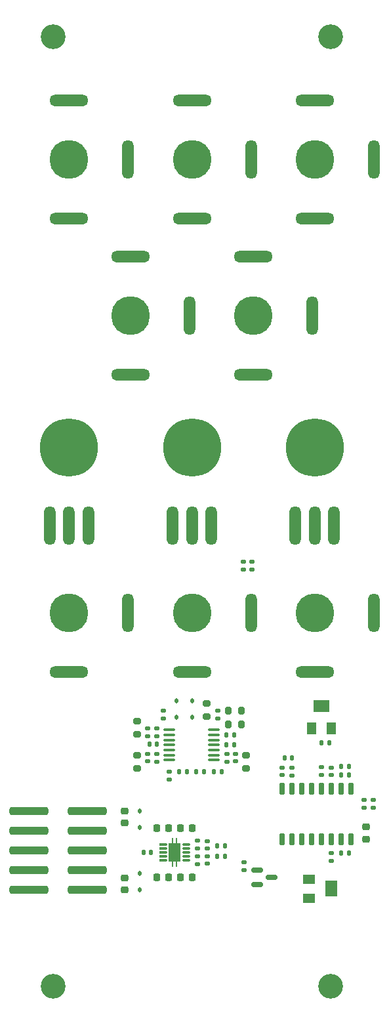
<source format=gbr>
%TF.GenerationSoftware,KiCad,Pcbnew,7.0.6*%
%TF.CreationDate,2023-07-23T13:51:40-05:00*%
%TF.ProjectId,ssi2131_ref,73736932-3133-4315-9f72-65662e6b6963,rev?*%
%TF.SameCoordinates,Original*%
%TF.FileFunction,Soldermask,Top*%
%TF.FilePolarity,Negative*%
%FSLAX46Y46*%
G04 Gerber Fmt 4.6, Leading zero omitted, Abs format (unit mm)*
G04 Created by KiCad (PCBNEW 7.0.6) date 2023-07-23 13:51:40*
%MOMM*%
%LPD*%
G01*
G04 APERTURE LIST*
G04 Aperture macros list*
%AMRoundRect*
0 Rectangle with rounded corners*
0 $1 Rounding radius*
0 $2 $3 $4 $5 $6 $7 $8 $9 X,Y pos of 4 corners*
0 Add a 4 corners polygon primitive as box body*
4,1,4,$2,$3,$4,$5,$6,$7,$8,$9,$2,$3,0*
0 Add four circle primitives for the rounded corners*
1,1,$1+$1,$2,$3*
1,1,$1+$1,$4,$5*
1,1,$1+$1,$6,$7*
1,1,$1+$1,$8,$9*
0 Add four rect primitives between the rounded corners*
20,1,$1+$1,$2,$3,$4,$5,0*
20,1,$1+$1,$4,$5,$6,$7,0*
20,1,$1+$1,$6,$7,$8,$9,0*
20,1,$1+$1,$8,$9,$2,$3,0*%
G04 Aperture macros list end*
%ADD10RoundRect,0.135000X0.135000X0.185000X-0.135000X0.185000X-0.135000X-0.185000X0.135000X-0.185000X0*%
%ADD11RoundRect,0.225000X0.225000X0.250000X-0.225000X0.250000X-0.225000X-0.250000X0.225000X-0.250000X0*%
%ADD12RoundRect,0.225000X-0.250000X0.225000X-0.250000X-0.225000X0.250000X-0.225000X0.250000X0.225000X0*%
%ADD13RoundRect,0.140000X-0.170000X0.140000X-0.170000X-0.140000X0.170000X-0.140000X0.170000X0.140000X0*%
%ADD14RoundRect,0.135000X-0.135000X-0.185000X0.135000X-0.185000X0.135000X0.185000X-0.135000X0.185000X0*%
%ADD15RoundRect,0.140000X0.140000X0.170000X-0.140000X0.170000X-0.140000X-0.170000X0.140000X-0.170000X0*%
%ADD16C,3.200000*%
%ADD17C,7.500000*%
%ADD18O,1.500000X5.000000*%
%ADD19C,5.000000*%
%ADD20O,5.000000X1.500000*%
%ADD21RoundRect,0.135000X-0.185000X0.135000X-0.185000X-0.135000X0.185000X-0.135000X0.185000X0.135000X0*%
%ADD22RoundRect,0.140000X-0.140000X-0.170000X0.140000X-0.170000X0.140000X0.170000X-0.140000X0.170000X0*%
%ADD23RoundRect,0.255000X2.245000X0.255000X-2.245000X0.255000X-2.245000X-0.255000X2.245000X-0.255000X0*%
%ADD24RoundRect,0.112500X0.112500X-0.187500X0.112500X0.187500X-0.112500X0.187500X-0.112500X-0.187500X0*%
%ADD25RoundRect,0.200000X0.275000X-0.200000X0.275000X0.200000X-0.275000X0.200000X-0.275000X-0.200000X0*%
%ADD26RoundRect,0.200000X-0.275000X0.200000X-0.275000X-0.200000X0.275000X-0.200000X0.275000X0.200000X0*%
%ADD27RoundRect,0.135000X0.185000X-0.135000X0.185000X0.135000X-0.185000X0.135000X-0.185000X-0.135000X0*%
%ADD28RoundRect,0.140000X0.170000X-0.140000X0.170000X0.140000X-0.170000X0.140000X-0.170000X-0.140000X0*%
%ADD29RoundRect,0.200000X0.200000X0.275000X-0.200000X0.275000X-0.200000X-0.275000X0.200000X-0.275000X0*%
%ADD30RoundRect,0.112500X-0.112500X0.187500X-0.112500X-0.187500X0.112500X-0.187500X0.112500X0.187500X0*%
%ADD31RoundRect,0.150000X-0.587500X-0.150000X0.587500X-0.150000X0.587500X0.150000X-0.587500X0.150000X0*%
%ADD32R,1.300000X1.600000*%
%ADD33R,2.000000X1.600000*%
%ADD34RoundRect,0.225000X-0.225000X-0.250000X0.225000X-0.250000X0.225000X0.250000X-0.225000X0.250000X0*%
%ADD35RoundRect,0.070000X-0.140000X-0.140000X0.140000X-0.140000X0.140000X0.140000X-0.140000X0.140000X0*%
%ADD36O,0.990000X0.420000*%
%ADD37R,0.680000X1.050000*%
%ADD38R,0.260000X0.500000*%
%ADD39R,0.280000X0.700000*%
%ADD40R,1.650000X2.400000*%
%ADD41R,1.600000X1.300000*%
%ADD42R,1.600000X2.000000*%
%ADD43RoundRect,0.150000X0.150000X-0.650000X0.150000X0.650000X-0.150000X0.650000X-0.150000X-0.650000X0*%
%ADD44RoundRect,0.100000X-0.637500X-0.100000X0.637500X-0.100000X0.637500X0.100000X-0.637500X0.100000X0*%
G04 APERTURE END LIST*
D10*
%TO.C,R16*%
X165045500Y-120777000D03*
X164025500Y-120777000D03*
%TD*%
D11*
%TO.C,C3*%
X147350700Y-131726000D03*
X145800700Y-131726000D03*
%TD*%
D12*
%TO.C,C13*%
X169740500Y-131614000D03*
X169740500Y-133164000D03*
%TD*%
D13*
%TO.C,C2*%
X149235502Y-133441000D03*
X149235502Y-134401000D03*
%TD*%
D14*
%TO.C,R18*%
X145667000Y-124503000D03*
X146687000Y-124503000D03*
%TD*%
D15*
%TO.C,C12*%
X167525500Y-134994000D03*
X166565500Y-134994000D03*
%TD*%
D14*
%TO.C,R2*%
X150503502Y-134012000D03*
X151523502Y-134012000D03*
%TD*%
D16*
%TO.C,H4*%
X165180000Y-152163000D03*
%TD*%
D11*
%TO.C,C7*%
X147350700Y-138076000D03*
X145800700Y-138076000D03*
%TD*%
D17*
%TO.C,RV4*%
X147280000Y-82670000D03*
D18*
X144780000Y-92710000D03*
X147280000Y-92710000D03*
X149780000Y-92710000D03*
%TD*%
D19*
%TO.C,J8*%
X163136500Y-45459000D03*
D18*
X170756500Y-45459000D03*
D20*
X163136500Y-53079000D03*
X163136500Y-37839000D03*
%TD*%
D21*
%TO.C,R11*%
X170688000Y-128139000D03*
X170688000Y-129159000D03*
%TD*%
D12*
%TO.C,C8*%
X138636500Y-129567000D03*
X138636500Y-131117000D03*
%TD*%
D22*
%TO.C,C10*%
X141828000Y-120904000D03*
X142788000Y-120904000D03*
%TD*%
D23*
%TO.C,J9*%
X133810500Y-139727000D03*
X126210500Y-139727000D03*
X133810500Y-137187000D03*
X126210500Y-137187000D03*
X133810500Y-134647000D03*
X126210500Y-134647000D03*
X133810500Y-132107000D03*
X126210500Y-132107000D03*
X133810500Y-129567000D03*
X126210500Y-129567000D03*
%TD*%
D24*
%TO.C,D1*%
X145288000Y-117467000D03*
X145288000Y-115367000D03*
%TD*%
D25*
%TO.C,R9*%
X149225000Y-117362000D03*
X149225000Y-115712000D03*
%TD*%
D21*
%TO.C,R13*%
X165295500Y-134954000D03*
X165295500Y-135974000D03*
%TD*%
D19*
%TO.C,J4*%
X131423500Y-45459000D03*
D18*
X139043500Y-45459000D03*
D20*
X131423500Y-53079000D03*
X131423500Y-37839000D03*
%TD*%
D25*
%TO.C,R26*%
X154305000Y-124050000D03*
X154305000Y-122400000D03*
%TD*%
D10*
%TO.C,R3*%
X151523502Y-135401000D03*
X150503502Y-135401000D03*
%TD*%
D21*
%TO.C,R1*%
X147965502Y-133381000D03*
X147965502Y-134401000D03*
%TD*%
%TO.C,R24*%
X144399000Y-124453000D03*
X144399000Y-125473000D03*
%TD*%
D26*
%TO.C,R20*%
X140208000Y-117998000D03*
X140208000Y-119648000D03*
%TD*%
D13*
%TO.C,C20*%
X152908000Y-122175000D03*
X152908000Y-123135000D03*
%TD*%
D12*
%TO.C,C9*%
X138636500Y-138177000D03*
X138636500Y-139727000D03*
%TD*%
D10*
%TO.C,R6*%
X152775000Y-119754000D03*
X151755000Y-119754000D03*
%TD*%
D21*
%TO.C,R30*%
X153924000Y-97407000D03*
X153924000Y-98427000D03*
%TD*%
D27*
%TO.C,R21*%
X143637000Y-117597000D03*
X143637000Y-116577000D03*
%TD*%
D24*
%TO.C,D4*%
X140530500Y-139727000D03*
X140530500Y-137627000D03*
%TD*%
D21*
%TO.C,R28*%
X151805000Y-122165000D03*
X151805000Y-123185000D03*
%TD*%
D19*
%TO.C,J5*%
X147280000Y-45459000D03*
D18*
X154900000Y-45459000D03*
D20*
X147280000Y-53079000D03*
X147280000Y-37839000D03*
%TD*%
D16*
%TO.C,H3*%
X129380000Y-152163000D03*
%TD*%
D24*
%TO.C,D3*%
X140530500Y-131667000D03*
X140530500Y-129567000D03*
%TD*%
D28*
%TO.C,C18*%
X141605000Y-119873000D03*
X141605000Y-118913000D03*
%TD*%
D22*
%TO.C,C17*%
X166563500Y-123825000D03*
X167523500Y-123825000D03*
%TD*%
D29*
%TO.C,R7*%
X153640000Y-118357000D03*
X151990000Y-118357000D03*
%TD*%
D28*
%TO.C,C16*%
X165295500Y-124933000D03*
X165295500Y-123973000D03*
%TD*%
D14*
%TO.C,R27*%
X150124000Y-124503000D03*
X151144000Y-124503000D03*
%TD*%
D30*
%TO.C,D2*%
X147320000Y-115367000D03*
X147320000Y-117467000D03*
%TD*%
D27*
%TO.C,R10*%
X150622000Y-117597000D03*
X150622000Y-116577000D03*
%TD*%
D14*
%TO.C,R19*%
X147826000Y-124503000D03*
X148846000Y-124503000D03*
%TD*%
D31*
%TO.C,U2*%
X155702000Y-137160000D03*
X155702000Y-139060000D03*
X157577000Y-138110000D03*
%TD*%
D29*
%TO.C,R8*%
X153640000Y-116579000D03*
X151990000Y-116579000D03*
%TD*%
D21*
%TO.C,R29*%
X155067000Y-97407000D03*
X155067000Y-98427000D03*
%TD*%
D15*
%TO.C,C4*%
X142026500Y-134901000D03*
X141066500Y-134901000D03*
%TD*%
D32*
%TO.C,RV2*%
X162759846Y-118925000D03*
D33*
X164009846Y-116025000D03*
D32*
X165259846Y-118925000D03*
%TD*%
D19*
%TO.C,J3*%
X163136500Y-104006000D03*
D18*
X170756500Y-104006000D03*
D20*
X163136500Y-111626000D03*
%TD*%
D25*
%TO.C,R23*%
X140208000Y-124050000D03*
X140208000Y-122400000D03*
%TD*%
D13*
%TO.C,C5*%
X149235502Y-135401000D03*
X149235502Y-136361000D03*
%TD*%
D27*
%TO.C,R14*%
X160215500Y-124963000D03*
X160215500Y-123943000D03*
%TD*%
D34*
%TO.C,C1*%
X142727300Y-131726000D03*
X144277300Y-131726000D03*
%TD*%
D17*
%TO.C,RV3*%
X163136500Y-82670000D03*
D18*
X160636500Y-92710000D03*
X163136500Y-92710000D03*
X165636500Y-92710000D03*
%TD*%
D28*
%TO.C,C15*%
X158945500Y-124933000D03*
X158945500Y-123973000D03*
%TD*%
D15*
%TO.C,C14*%
X160215500Y-122675000D03*
X159255500Y-122675000D03*
%TD*%
D17*
%TO.C,RV5*%
X131423500Y-82670000D03*
D18*
X128923500Y-92710000D03*
X131423500Y-92710000D03*
X133923500Y-92710000D03*
%TD*%
D21*
%TO.C,R12*%
X169545000Y-128139000D03*
X169545000Y-129159000D03*
%TD*%
D35*
%TO.C,U1*%
X143284500Y-133901000D03*
D36*
X143569500Y-133901000D03*
D35*
X143284500Y-134401000D03*
D36*
X143569500Y-134401000D03*
D35*
X143284500Y-134901000D03*
D36*
X143569500Y-134901000D03*
D35*
X143284500Y-135401000D03*
D36*
X143569500Y-135401000D03*
D35*
X143284500Y-135901000D03*
D36*
X143569500Y-135901000D03*
X146519500Y-135901000D03*
D35*
X146804500Y-135901000D03*
D36*
X146519500Y-135401000D03*
D35*
X146804500Y-135401000D03*
D36*
X146519500Y-134901000D03*
D35*
X146804500Y-134901000D03*
D36*
X146519500Y-134401000D03*
D35*
X146804500Y-134401000D03*
D36*
X146519500Y-133901000D03*
D35*
X146804500Y-133901000D03*
D37*
X144594500Y-134266000D03*
X144594500Y-135536000D03*
D38*
X144794500Y-133271000D03*
D39*
X144794500Y-133351000D03*
X144794500Y-136451000D03*
D38*
X144794500Y-136531000D03*
D40*
X145044500Y-134901000D03*
D38*
X145294500Y-133271000D03*
D39*
X145294500Y-133351000D03*
X145294500Y-136451000D03*
D38*
X145294500Y-136531000D03*
D37*
X145494500Y-134266000D03*
X145494500Y-135536000D03*
%TD*%
D22*
%TO.C,C11*%
X151765000Y-121024000D03*
X152725000Y-121024000D03*
%TD*%
D19*
%TO.C,J1*%
X147280000Y-104006000D03*
D18*
X154900000Y-104006000D03*
D20*
X147280000Y-111626000D03*
%TD*%
D16*
%TO.C,H1*%
X129380000Y-29663000D03*
%TD*%
D19*
%TO.C,J2*%
X131423500Y-104006000D03*
D18*
X139043500Y-104006000D03*
D20*
X131423500Y-111626000D03*
%TD*%
D41*
%TO.C,RV1*%
X162395500Y-138323000D03*
D42*
X165295500Y-139573000D03*
D41*
X162395500Y-140823000D03*
%TD*%
D43*
%TO.C,U4*%
X158945500Y-126664000D03*
X160215500Y-126664000D03*
X161485500Y-126664000D03*
X162755500Y-126664000D03*
X164025500Y-126664000D03*
X165295500Y-126664000D03*
X166565500Y-126664000D03*
X167835500Y-126664000D03*
X167835500Y-133164000D03*
X166565500Y-133164000D03*
X165295500Y-133164000D03*
X164025500Y-133164000D03*
X162755500Y-133164000D03*
X161485500Y-133164000D03*
X160215500Y-133164000D03*
X158945500Y-133164000D03*
%TD*%
D34*
%TO.C,C6*%
X142727300Y-138076000D03*
X144277300Y-138076000D03*
%TD*%
D21*
%TO.C,R4*%
X147965502Y-135401000D03*
X147965502Y-136421000D03*
%TD*%
D10*
%TO.C,R17*%
X167583500Y-124893000D03*
X166563500Y-124893000D03*
%TD*%
D19*
%TO.C,J6*%
X139351750Y-65652000D03*
D18*
X146971750Y-65652000D03*
D20*
X139351750Y-73272000D03*
X139351750Y-58032000D03*
%TD*%
D19*
%TO.C,J7*%
X155208250Y-65652000D03*
D18*
X162828250Y-65652000D03*
D20*
X155208250Y-73272000D03*
X155208250Y-58032000D03*
%TD*%
D44*
%TO.C,U3*%
X144399000Y-119074000D03*
X144399000Y-119724000D03*
X144399000Y-120374000D03*
X144399000Y-121024000D03*
X144399000Y-121674000D03*
X144399000Y-122324000D03*
X144399000Y-122974000D03*
X150124000Y-122974000D03*
X150124000Y-122324000D03*
X150124000Y-121674000D03*
X150124000Y-121024000D03*
X150124000Y-120374000D03*
X150124000Y-119724000D03*
X150124000Y-119074000D03*
%TD*%
D27*
%TO.C,R15*%
X164025500Y-124943000D03*
X164025500Y-123923000D03*
%TD*%
D21*
%TO.C,R25*%
X142748000Y-122165000D03*
X142748000Y-123185000D03*
%TD*%
D27*
%TO.C,R22*%
X142748000Y-119883000D03*
X142748000Y-118863000D03*
%TD*%
D16*
%TO.C,H2*%
X165180000Y-29663000D03*
%TD*%
D21*
%TO.C,R5*%
X153972500Y-136142000D03*
X153972500Y-137162000D03*
%TD*%
D13*
%TO.C,C19*%
X141605000Y-122175000D03*
X141605000Y-123135000D03*
%TD*%
M02*

</source>
